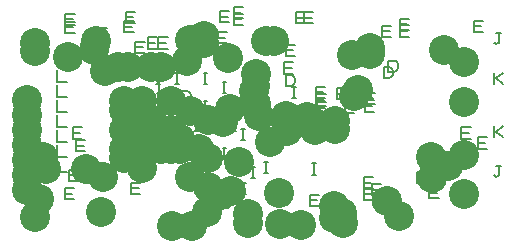
<source format=gbr>
%FSLAX23Y23*%
%MOIN*%
G04 EasyPC Gerber Version 17.0 Build 3379 *
%ADD22C,0.00500*%
%ADD23C,0.10000*%
X0Y0D02*
D02*
D22*
X403Y466D02*
Y428D01*
X434*
X403Y516D02*
Y478D01*
X434*
X403Y566D02*
Y528D01*
X434*
X403Y616D02*
Y578D01*
X434*
X403Y666D02*
Y628D01*
X434*
X403Y716D02*
Y678D01*
X434*
X403Y766D02*
Y728D01*
X434*
X428Y336D02*
Y374D01*
X460*
X453Y355D02*
X428D01*
Y336D02*
X460D01*
X430Y891D02*
Y929D01*
X462*
X455Y910D02*
X430D01*
Y891D02*
X462D01*
X430Y917D02*
Y954D01*
X462*
X455Y936D02*
X430D01*
Y917D02*
X462D01*
X442Y397D02*
Y435D01*
X474*
X467Y416D02*
X442D01*
Y397D02*
X474D01*
X454Y539D02*
Y576D01*
X485*
X479Y558D02*
X454D01*
Y539D02*
X485D01*
X466Y496D02*
Y533D01*
X497*
X491Y514D02*
X466D01*
Y496D02*
X497D01*
X539Y872D02*
Y909D01*
X570*
X564Y890D02*
X539D01*
Y872D02*
X570D01*
X598Y498D02*
Y535D01*
X629*
X623Y516D02*
X598D01*
Y498D02*
X629D01*
X627Y893D02*
Y931D01*
X659*
X652Y912D02*
X627D01*
Y893D02*
X659D01*
X631Y925D02*
Y962D01*
X662*
X656Y943D02*
X631D01*
Y925D02*
X662D01*
X649Y354D02*
Y391D01*
X680*
X674Y373D02*
X649D01*
Y354D02*
X680D01*
X655Y470D02*
Y507D01*
X674*
X680Y504*
X683Y501*
X686Y495*
Y482*
X683Y476*
X680Y473*
X674Y470*
X655*
X663Y824D02*
Y862D01*
X694*
X688Y843D02*
X663D01*
Y824D02*
X694D01*
X704Y838D02*
Y876D01*
X735*
X729Y857D02*
X704D01*
Y838D02*
X735D01*
X733Y533D02*
X746D01*
X739D02*
Y570D01*
X733D02*
X746D01*
X733Y564D02*
X746D01*
X739D02*
Y602D01*
X733D02*
X746D01*
X733Y627D02*
X746D01*
X739D02*
Y665D01*
X733D02*
X746D01*
X733Y722D02*
X746D01*
X739D02*
Y759D01*
X733D02*
X746D01*
X735Y692D02*
X748D01*
X741D02*
Y730D01*
X735D02*
X748D01*
X740Y838D02*
Y876D01*
X771*
X765Y857D02*
X740D01*
Y838D02*
X771D01*
X796Y501D02*
X809D01*
X802D02*
Y539D01*
X796D02*
X809D01*
X796Y564D02*
X809D01*
X802D02*
Y602D01*
X796D02*
X809D01*
X796Y627D02*
X809D01*
X802D02*
Y665D01*
X796D02*
X809D01*
X796Y722D02*
X809D01*
X802D02*
Y759D01*
X796D02*
X809D01*
X814Y838D02*
Y876D01*
X846*
X839Y857D02*
X814D01*
Y838D02*
X846D01*
X818Y596D02*
Y633D01*
X837*
X843Y630*
X846Y627*
X849Y621*
Y608*
X846Y602*
X843Y599*
X837Y596*
X818*
X828Y627D02*
X840D01*
X834D02*
Y665D01*
X828D02*
X840D01*
X818Y659D02*
Y696D01*
X837*
X843Y693*
X846Y690*
X849Y684*
Y671*
X846Y665*
X843Y662*
X837Y659*
X818*
X848Y838D02*
Y876D01*
X879*
X873Y857D02*
X848D01*
Y838D02*
X879D01*
X859Y564D02*
X872D01*
X865D02*
Y602D01*
X859D02*
X872D01*
X859Y627D02*
X872D01*
X865D02*
Y665D01*
X859D02*
X872D01*
X891Y564D02*
X903D01*
X897D02*
Y602D01*
X891D02*
X903D01*
X891Y627D02*
X903D01*
X897D02*
Y665D01*
X891D02*
X903D01*
X891Y722D02*
X903D01*
X897D02*
Y759D01*
X891D02*
X903D01*
X885Y309D02*
Y346D01*
X904*
X910Y343*
X913Y340*
X916Y334*
Y321*
X913Y315*
X910Y312*
X904Y309*
X885*
X922Y564D02*
X935D01*
X928D02*
Y602D01*
X922D02*
X935D01*
X913Y596D02*
Y633D01*
X931*
X938Y630*
X941Y627*
X944Y621*
Y608*
X941Y602*
X938Y599*
X931Y596*
X913*
X936Y856D02*
Y893D01*
X968*
X961Y875D02*
X936D01*
Y856D02*
X968D01*
X954Y470D02*
X966D01*
X960D02*
Y507D01*
X954D02*
X966D01*
X954Y690D02*
X966D01*
X960D02*
Y728D01*
X954D02*
X966D01*
X946Y927D02*
Y964D01*
X977*
X971Y945D02*
X946D01*
Y927D02*
X977D01*
X952Y307D02*
Y344D01*
X971*
X977Y341*
X980Y338*
X983Y332*
Y319*
X980Y313*
X977Y310*
X971Y307*
X952*
X985Y564D02*
X998D01*
X991D02*
Y602D01*
X985D02*
X998D01*
X991Y917D02*
Y954D01*
X1023*
X1016Y936D02*
X991D01*
Y917D02*
X1023D01*
X991Y940D02*
Y978D01*
X1023*
X1016Y959D02*
X991D01*
Y940D02*
X1023D01*
X1001Y354D02*
Y391D01*
X1033*
X1026Y373D02*
X1001D01*
Y354D02*
X1033D01*
X1017Y438D02*
X1029D01*
X1023D02*
Y476D01*
X1017D02*
X1029D01*
X1017Y533D02*
X1029D01*
X1023D02*
Y570D01*
X1017D02*
X1029D01*
X1017Y659D02*
X1029D01*
X1023D02*
Y696D01*
X1017D02*
X1029D01*
X1048Y407D02*
X1061D01*
X1054D02*
Y444D01*
X1048D02*
X1061D01*
X1054Y653D02*
Y691D01*
X1073*
X1079Y687*
X1083Y684*
X1086Y678*
Y666*
X1083Y659*
X1079Y656*
X1073Y653*
X1054*
X1072Y868D02*
Y905D01*
X1103*
X1097Y886D02*
X1072D01*
Y868D02*
X1103D01*
X1078Y696D02*
Y734D01*
X1097*
X1103Y731*
X1106Y728*
X1109Y721*
Y709*
X1106Y703*
X1103Y699*
X1097Y696*
X1078*
X1091Y423D02*
X1104D01*
X1098D02*
Y460D01*
X1091D02*
X1104D01*
X1119Y521D02*
X1131D01*
X1125D02*
Y559D01*
X1119D02*
X1131D01*
X1139Y318D02*
Y356D01*
X1170*
X1164Y337D02*
X1139D01*
Y318D02*
X1170D01*
X1139Y346D02*
Y383D01*
X1170*
X1164Y365D02*
X1139D01*
Y346D02*
X1170D01*
X1159Y755D02*
Y793D01*
X1190*
X1184Y774D02*
X1159D01*
Y755D02*
X1190D01*
X1165Y714D02*
Y752D01*
X1183*
X1190Y748*
X1193Y745*
X1196Y739*
Y727*
X1193Y720*
X1190Y717*
X1183Y714*
X1165*
Y814D02*
Y852D01*
X1196*
X1190Y833D02*
X1165D01*
Y814D02*
X1196D01*
X1186Y675D02*
X1198D01*
X1192D02*
Y712D01*
X1186D02*
X1198D01*
X1200Y923D02*
Y960D01*
X1231*
X1225Y941D02*
X1200D01*
Y923D02*
X1231D01*
X1212Y588D02*
Y626D01*
X1243*
X1237Y607D02*
X1212D01*
Y588D02*
X1243D01*
X1226Y923D02*
Y960D01*
X1257*
X1251Y941D02*
X1226D01*
Y923D02*
X1257D01*
X1253Y419D02*
X1265D01*
X1259D02*
Y456D01*
X1253D02*
X1265D01*
X1245Y314D02*
Y352D01*
X1277*
X1270Y333D02*
X1245D01*
Y314D02*
X1277D01*
X1265Y675D02*
Y712D01*
X1296*
X1290Y693D02*
X1265D01*
Y675D02*
X1296D01*
X1267Y649D02*
Y687D01*
X1298*
X1292Y668D02*
X1267D01*
Y649D02*
X1298D01*
X1269Y623D02*
Y661D01*
X1300*
X1294Y642D02*
X1269D01*
Y623D02*
X1300D01*
X1314Y310D02*
Y348D01*
X1333*
X1339Y345*
X1342Y342*
X1346Y335*
Y323*
X1342Y317*
X1339Y314*
X1333Y310*
X1314*
X1334Y671D02*
Y708D01*
X1365*
X1359Y689D02*
X1334D01*
Y671D02*
X1365D01*
X1362Y625D02*
Y663D01*
X1393*
X1387Y644D02*
X1362D01*
Y625D02*
X1393D01*
X1362Y649D02*
Y687D01*
X1393*
X1387Y668D02*
X1362D01*
Y649D02*
X1393D01*
X1425Y334D02*
Y372D01*
X1456*
X1450Y353D02*
X1425D01*
Y334D02*
X1456D01*
X1425Y373D02*
Y411D01*
X1456*
X1450Y392D02*
X1425D01*
Y373D02*
X1456D01*
X1428Y629D02*
Y667D01*
X1460*
X1453Y648D02*
X1428D01*
Y629D02*
X1460D01*
X1430Y655D02*
Y692D01*
X1462*
X1455Y674D02*
X1430D01*
Y655D02*
X1462D01*
X1452Y350D02*
Y387D01*
X1483*
X1477Y369D02*
X1452D01*
Y350D02*
X1483D01*
X1454Y318D02*
Y356D01*
X1485*
X1479Y337D02*
X1454D01*
Y318D02*
X1485D01*
X1486Y877D02*
Y915D01*
X1517*
X1511Y896D02*
X1486D01*
Y877D02*
X1517D01*
X1491Y740D02*
Y777D01*
X1510*
X1516Y774*
X1520Y771*
X1523Y765*
Y752*
X1520Y746*
X1516Y743*
X1510Y740*
X1491*
X1507Y761D02*
Y799D01*
X1526*
X1532Y796*
X1535Y793*
X1538Y786*
Y774*
X1535Y768*
X1532Y764*
X1526Y761*
X1507*
X1545Y879D02*
Y917D01*
X1576*
X1570Y898D02*
X1545D01*
Y879D02*
X1576D01*
X1545Y901D02*
Y939D01*
X1576*
X1570Y920D02*
X1545D01*
Y901D02*
X1576D01*
X1602Y391D02*
Y429D01*
X1633*
X1627Y410D02*
X1602D01*
Y391D02*
X1633D01*
X1643Y340D02*
Y378D01*
X1674*
X1668Y359D02*
X1643D01*
Y340D02*
X1674D01*
X1749Y539D02*
Y576D01*
X1781*
X1774Y558D02*
X1749D01*
Y539D02*
X1781D01*
X1751Y467D02*
Y504D01*
X1783*
X1776Y486D02*
X1751D01*
Y467D02*
X1783D01*
X1791Y894D02*
Y932D01*
X1822*
X1816Y913D02*
X1791D01*
Y894D02*
X1822D01*
X1804Y505D02*
Y543D01*
X1836*
X1829Y524D02*
X1804D01*
Y505D02*
X1836D01*
X1858Y418D02*
X1861Y415D01*
X1867Y412*
X1873Y415*
X1876Y418*
Y449*
X1883*
X1876D02*
X1864D01*
X1858Y543D02*
Y581D01*
Y562D02*
X1867D01*
X1889Y581*
X1867Y562D02*
X1889Y543D01*
X1858Y721D02*
Y759D01*
Y740D02*
X1867D01*
X1889Y759*
X1867Y740D02*
X1889Y721D01*
X1858Y859D02*
X1861Y856D01*
X1867Y853*
X1873Y856*
X1876Y859*
Y890*
X1883*
X1876D02*
X1864D01*
D02*
D23*
X303Y369D03*
Y419D03*
Y469D03*
Y519D03*
Y569D03*
Y619D03*
Y669D03*
X328Y277D03*
X330Y832D03*
Y857D03*
X342Y338D03*
X354Y479D03*
X366Y436D03*
X439Y812D03*
X498Y438D03*
X527Y834D03*
X531Y865D03*
X549Y294D03*
X555Y411D03*
X563Y765D03*
X604Y779D03*
X624Y474D03*
Y505D03*
Y568D03*
Y663D03*
X626Y633D03*
X640Y779D03*
X687Y442D03*
Y505D03*
Y568D03*
Y663D03*
X714Y779D03*
X718Y537D03*
Y568D03*
Y600D03*
X748Y779D03*
X750Y505D03*
Y568D03*
X781Y505D03*
Y568D03*
Y663D03*
X785Y249D03*
X813Y505D03*
Y537D03*
X836Y796D03*
X844Y411D03*
Y631D03*
X846Y867D03*
X852Y247D03*
X876Y505D03*
X891Y857D03*
Y881D03*
X901Y294D03*
X907Y379D03*
Y474D03*
Y600D03*
X939Y348D03*
X954Y594D03*
X972Y808D03*
X978Y637D03*
X982Y363D03*
X1010Y462D03*
X1039Y259D03*
Y287D03*
X1059Y696D03*
X1065Y655D03*
Y755D03*
X1077Y615D03*
X1100Y863D03*
X1112Y529D03*
X1126Y863D03*
X1143Y359D03*
X1145Y255D03*
X1165Y615D03*
X1167Y590D03*
X1169Y564D03*
X1214Y251D03*
X1234Y611D03*
X1262Y566D03*
Y590D03*
X1325Y275D03*
Y314D03*
X1328Y570D03*
X1330Y596D03*
X1352Y290D03*
X1354Y259D03*
X1386Y818D03*
X1391Y680D03*
X1407Y702D03*
X1445Y820D03*
Y842D03*
X1502Y332D03*
X1543Y281D03*
X1649Y479D03*
X1651Y408D03*
X1691Y835D03*
X1704Y446D03*
X1758Y353D03*
Y484D03*
Y662D03*
Y793D03*
X0Y0D02*
M02*

</source>
